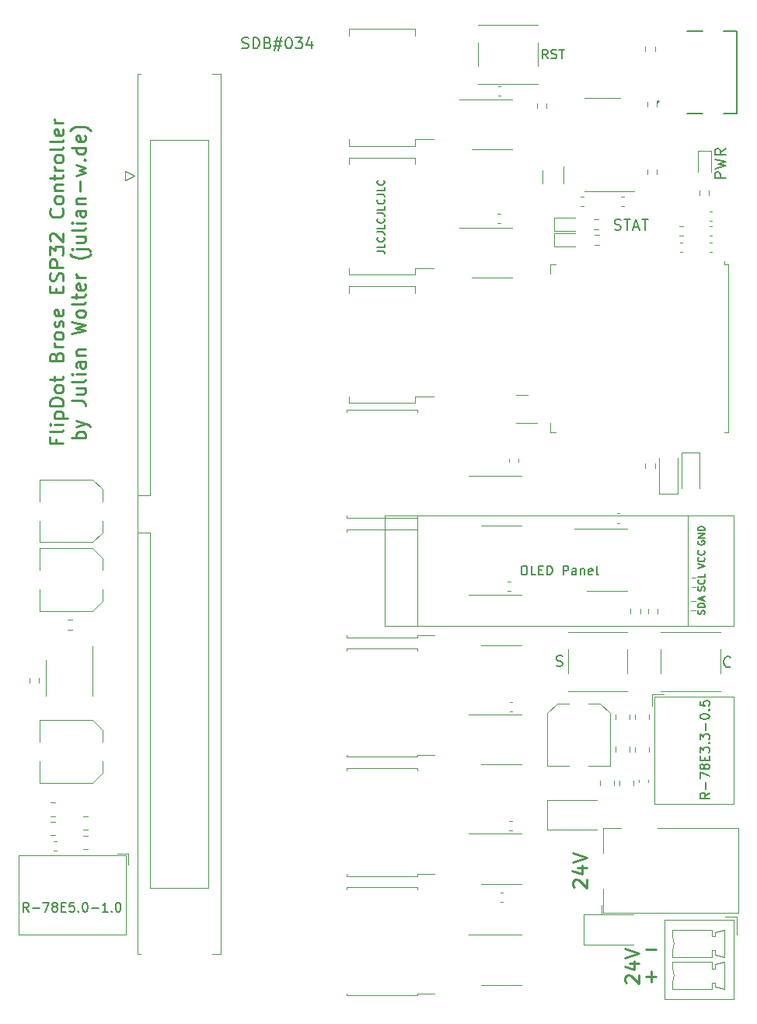
<source format=gbr>
%TF.GenerationSoftware,KiCad,Pcbnew,(6.0.7)*%
%TF.CreationDate,2022-10-27T00:55:33+02:00*%
%TF.ProjectId,flipdot-brose-esp32,666c6970-646f-4742-9d62-726f73652d65,rev?*%
%TF.SameCoordinates,Original*%
%TF.FileFunction,Legend,Top*%
%TF.FilePolarity,Positive*%
%FSLAX46Y46*%
G04 Gerber Fmt 4.6, Leading zero omitted, Abs format (unit mm)*
G04 Created by KiCad (PCBNEW (6.0.7)) date 2022-10-27 00:55:33*
%MOMM*%
%LPD*%
G01*
G04 APERTURE LIST*
%ADD10C,0.150000*%
%ADD11C,0.250000*%
%ADD12C,0.200000*%
%ADD13C,0.120000*%
%ADD14C,0.127000*%
%ADD15C,0.040000*%
G04 APERTURE END LIST*
D10*
X76461904Y-58795238D02*
X77033333Y-58795238D01*
X77147619Y-58833333D01*
X77223809Y-58909523D01*
X77261904Y-59023809D01*
X77261904Y-59100000D01*
X77261904Y-58033333D02*
X77261904Y-58414285D01*
X76461904Y-58414285D01*
X77185714Y-57309523D02*
X77223809Y-57347619D01*
X77261904Y-57461904D01*
X77261904Y-57538095D01*
X77223809Y-57652380D01*
X77147619Y-57728571D01*
X77071428Y-57766666D01*
X76919047Y-57804761D01*
X76804761Y-57804761D01*
X76652380Y-57766666D01*
X76576190Y-57728571D01*
X76500000Y-57652380D01*
X76461904Y-57538095D01*
X76461904Y-57461904D01*
X76500000Y-57347619D01*
X76538095Y-57309523D01*
X76461904Y-56738095D02*
X77033333Y-56738095D01*
X77147619Y-56776190D01*
X77223809Y-56852380D01*
X77261904Y-56966666D01*
X77261904Y-57042857D01*
X77261904Y-55976190D02*
X77261904Y-56357142D01*
X76461904Y-56357142D01*
X77185714Y-55252380D02*
X77223809Y-55290476D01*
X77261904Y-55404761D01*
X77261904Y-55480952D01*
X77223809Y-55595238D01*
X77147619Y-55671428D01*
X77071428Y-55709523D01*
X76919047Y-55747619D01*
X76804761Y-55747619D01*
X76652380Y-55709523D01*
X76576190Y-55671428D01*
X76500000Y-55595238D01*
X76461904Y-55480952D01*
X76461904Y-55404761D01*
X76500000Y-55290476D01*
X76538095Y-55252380D01*
X76461904Y-54680952D02*
X77033333Y-54680952D01*
X77147619Y-54719047D01*
X77223809Y-54795238D01*
X77261904Y-54909523D01*
X77261904Y-54985714D01*
X77261904Y-53919047D02*
X77261904Y-54300000D01*
X76461904Y-54300000D01*
X77185714Y-53195238D02*
X77223809Y-53233333D01*
X77261904Y-53347619D01*
X77261904Y-53423809D01*
X77223809Y-53538095D01*
X77147619Y-53614285D01*
X77071428Y-53652380D01*
X76919047Y-53690476D01*
X76804761Y-53690476D01*
X76652380Y-53652380D01*
X76576190Y-53614285D01*
X76500000Y-53538095D01*
X76461904Y-53423809D01*
X76461904Y-53347619D01*
X76500000Y-53233333D01*
X76538095Y-53195238D01*
X76461904Y-52623809D02*
X77033333Y-52623809D01*
X77147619Y-52661904D01*
X77223809Y-52738095D01*
X77261904Y-52852380D01*
X77261904Y-52928571D01*
X77261904Y-51861904D02*
X77261904Y-52242857D01*
X76461904Y-52242857D01*
X77185714Y-51138095D02*
X77223809Y-51176190D01*
X77261904Y-51290476D01*
X77261904Y-51366666D01*
X77223809Y-51480952D01*
X77147619Y-51557142D01*
X77071428Y-51595238D01*
X76919047Y-51633333D01*
X76804761Y-51633333D01*
X76652380Y-51595238D01*
X76576190Y-51557142D01*
X76500000Y-51480952D01*
X76461904Y-51366666D01*
X76461904Y-51290476D01*
X76500000Y-51176190D01*
X76538095Y-51138095D01*
D11*
X103621428Y-138485714D02*
X103550000Y-138414285D01*
X103478571Y-138271428D01*
X103478571Y-137914285D01*
X103550000Y-137771428D01*
X103621428Y-137700000D01*
X103764285Y-137628571D01*
X103907142Y-137628571D01*
X104121428Y-137700000D01*
X104978571Y-138557142D01*
X104978571Y-137628571D01*
X103978571Y-136342857D02*
X104978571Y-136342857D01*
X103407142Y-136700000D02*
X104478571Y-137057142D01*
X104478571Y-136128571D01*
X103478571Y-135771428D02*
X104978571Y-135271428D01*
X103478571Y-134771428D01*
X97921428Y-128085714D02*
X97850000Y-128014285D01*
X97778571Y-127871428D01*
X97778571Y-127514285D01*
X97850000Y-127371428D01*
X97921428Y-127300000D01*
X98064285Y-127228571D01*
X98207142Y-127228571D01*
X98421428Y-127300000D01*
X99278571Y-128157142D01*
X99278571Y-127228571D01*
X98278571Y-125942857D02*
X99278571Y-125942857D01*
X97707142Y-126300000D02*
X98778571Y-126657142D01*
X98778571Y-125728571D01*
X97778571Y-125371428D02*
X99278571Y-124871428D01*
X97778571Y-124371428D01*
D12*
X95052380Y-37852380D02*
X94719047Y-37376190D01*
X94480952Y-37852380D02*
X94480952Y-36852380D01*
X94861904Y-36852380D01*
X94957142Y-36900000D01*
X95004761Y-36947619D01*
X95052380Y-37042857D01*
X95052380Y-37185714D01*
X95004761Y-37280952D01*
X94957142Y-37328571D01*
X94861904Y-37376190D01*
X94480952Y-37376190D01*
X95433333Y-37804761D02*
X95576190Y-37852380D01*
X95814285Y-37852380D01*
X95909523Y-37804761D01*
X95957142Y-37757142D01*
X96004761Y-37661904D01*
X96004761Y-37566666D01*
X95957142Y-37471428D01*
X95909523Y-37423809D01*
X95814285Y-37376190D01*
X95623809Y-37328571D01*
X95528571Y-37280952D01*
X95480952Y-37233333D01*
X95433333Y-37138095D01*
X95433333Y-37042857D01*
X95480952Y-36947619D01*
X95528571Y-36900000D01*
X95623809Y-36852380D01*
X95861904Y-36852380D01*
X96004761Y-36900000D01*
X96290476Y-36852380D02*
X96861904Y-36852380D01*
X96576190Y-37852380D02*
X96576190Y-36852380D01*
X38485714Y-130752380D02*
X38152380Y-130276190D01*
X37914285Y-130752380D02*
X37914285Y-129752380D01*
X38295238Y-129752380D01*
X38390476Y-129800000D01*
X38438095Y-129847619D01*
X38485714Y-129942857D01*
X38485714Y-130085714D01*
X38438095Y-130180952D01*
X38390476Y-130228571D01*
X38295238Y-130276190D01*
X37914285Y-130276190D01*
X38914285Y-130371428D02*
X39676190Y-130371428D01*
X40057142Y-129752380D02*
X40723809Y-129752380D01*
X40295238Y-130752380D01*
X41247619Y-130180952D02*
X41152380Y-130133333D01*
X41104761Y-130085714D01*
X41057142Y-129990476D01*
X41057142Y-129942857D01*
X41104761Y-129847619D01*
X41152380Y-129800000D01*
X41247619Y-129752380D01*
X41438095Y-129752380D01*
X41533333Y-129800000D01*
X41580952Y-129847619D01*
X41628571Y-129942857D01*
X41628571Y-129990476D01*
X41580952Y-130085714D01*
X41533333Y-130133333D01*
X41438095Y-130180952D01*
X41247619Y-130180952D01*
X41152380Y-130228571D01*
X41104761Y-130276190D01*
X41057142Y-130371428D01*
X41057142Y-130561904D01*
X41104761Y-130657142D01*
X41152380Y-130704761D01*
X41247619Y-130752380D01*
X41438095Y-130752380D01*
X41533333Y-130704761D01*
X41580952Y-130657142D01*
X41628571Y-130561904D01*
X41628571Y-130371428D01*
X41580952Y-130276190D01*
X41533333Y-130228571D01*
X41438095Y-130180952D01*
X42057142Y-130228571D02*
X42390476Y-130228571D01*
X42533333Y-130752380D02*
X42057142Y-130752380D01*
X42057142Y-129752380D01*
X42533333Y-129752380D01*
X43438095Y-129752380D02*
X42961904Y-129752380D01*
X42914285Y-130228571D01*
X42961904Y-130180952D01*
X43057142Y-130133333D01*
X43295238Y-130133333D01*
X43390476Y-130180952D01*
X43438095Y-130228571D01*
X43485714Y-130323809D01*
X43485714Y-130561904D01*
X43438095Y-130657142D01*
X43390476Y-130704761D01*
X43295238Y-130752380D01*
X43057142Y-130752380D01*
X42961904Y-130704761D01*
X42914285Y-130657142D01*
X43914285Y-130657142D02*
X43961904Y-130704761D01*
X43914285Y-130752380D01*
X43866666Y-130704761D01*
X43914285Y-130657142D01*
X43914285Y-130752380D01*
X44580952Y-129752380D02*
X44676190Y-129752380D01*
X44771428Y-129800000D01*
X44819047Y-129847619D01*
X44866666Y-129942857D01*
X44914285Y-130133333D01*
X44914285Y-130371428D01*
X44866666Y-130561904D01*
X44819047Y-130657142D01*
X44771428Y-130704761D01*
X44676190Y-130752380D01*
X44580952Y-130752380D01*
X44485714Y-130704761D01*
X44438095Y-130657142D01*
X44390476Y-130561904D01*
X44342857Y-130371428D01*
X44342857Y-130133333D01*
X44390476Y-129942857D01*
X44438095Y-129847619D01*
X44485714Y-129800000D01*
X44580952Y-129752380D01*
X45342857Y-130371428D02*
X46104761Y-130371428D01*
X47104761Y-130752380D02*
X46533333Y-130752380D01*
X46819047Y-130752380D02*
X46819047Y-129752380D01*
X46723809Y-129895238D01*
X46628571Y-129990476D01*
X46533333Y-130038095D01*
X47533333Y-130657142D02*
X47580952Y-130704761D01*
X47533333Y-130752380D01*
X47485714Y-130704761D01*
X47533333Y-130657142D01*
X47533333Y-130752380D01*
X48200000Y-129752380D02*
X48295238Y-129752380D01*
X48390476Y-129800000D01*
X48438095Y-129847619D01*
X48485714Y-129942857D01*
X48533333Y-130133333D01*
X48533333Y-130371428D01*
X48485714Y-130561904D01*
X48438095Y-130657142D01*
X48390476Y-130704761D01*
X48295238Y-130752380D01*
X48200000Y-130752380D01*
X48104761Y-130704761D01*
X48057142Y-130657142D01*
X48009523Y-130561904D01*
X47961904Y-130371428D01*
X47961904Y-130133333D01*
X48009523Y-129942857D01*
X48057142Y-129847619D01*
X48104761Y-129800000D01*
X48200000Y-129752380D01*
X112652380Y-117814285D02*
X112176190Y-118147619D01*
X112652380Y-118385714D02*
X111652380Y-118385714D01*
X111652380Y-118004761D01*
X111700000Y-117909523D01*
X111747619Y-117861904D01*
X111842857Y-117814285D01*
X111985714Y-117814285D01*
X112080952Y-117861904D01*
X112128571Y-117909523D01*
X112176190Y-118004761D01*
X112176190Y-118385714D01*
X112271428Y-117385714D02*
X112271428Y-116623809D01*
X111652380Y-116242857D02*
X111652380Y-115576190D01*
X112652380Y-116004761D01*
X112080952Y-115052380D02*
X112033333Y-115147619D01*
X111985714Y-115195238D01*
X111890476Y-115242857D01*
X111842857Y-115242857D01*
X111747619Y-115195238D01*
X111700000Y-115147619D01*
X111652380Y-115052380D01*
X111652380Y-114861904D01*
X111700000Y-114766666D01*
X111747619Y-114719047D01*
X111842857Y-114671428D01*
X111890476Y-114671428D01*
X111985714Y-114719047D01*
X112033333Y-114766666D01*
X112080952Y-114861904D01*
X112080952Y-115052380D01*
X112128571Y-115147619D01*
X112176190Y-115195238D01*
X112271428Y-115242857D01*
X112461904Y-115242857D01*
X112557142Y-115195238D01*
X112604761Y-115147619D01*
X112652380Y-115052380D01*
X112652380Y-114861904D01*
X112604761Y-114766666D01*
X112557142Y-114719047D01*
X112461904Y-114671428D01*
X112271428Y-114671428D01*
X112176190Y-114719047D01*
X112128571Y-114766666D01*
X112080952Y-114861904D01*
X112128571Y-114242857D02*
X112128571Y-113909523D01*
X112652380Y-113766666D02*
X112652380Y-114242857D01*
X111652380Y-114242857D01*
X111652380Y-113766666D01*
X111652380Y-113433333D02*
X111652380Y-112814285D01*
X112033333Y-113147619D01*
X112033333Y-113004761D01*
X112080952Y-112909523D01*
X112128571Y-112861904D01*
X112223809Y-112814285D01*
X112461904Y-112814285D01*
X112557142Y-112861904D01*
X112604761Y-112909523D01*
X112652380Y-113004761D01*
X112652380Y-113290476D01*
X112604761Y-113385714D01*
X112557142Y-113433333D01*
X112557142Y-112385714D02*
X112604761Y-112338095D01*
X112652380Y-112385714D01*
X112604761Y-112433333D01*
X112557142Y-112385714D01*
X112652380Y-112385714D01*
X111652380Y-112004761D02*
X111652380Y-111385714D01*
X112033333Y-111719047D01*
X112033333Y-111576190D01*
X112080952Y-111480952D01*
X112128571Y-111433333D01*
X112223809Y-111385714D01*
X112461904Y-111385714D01*
X112557142Y-111433333D01*
X112604761Y-111480952D01*
X112652380Y-111576190D01*
X112652380Y-111861904D01*
X112604761Y-111957142D01*
X112557142Y-112004761D01*
X112271428Y-110957142D02*
X112271428Y-110195238D01*
X111652380Y-109528571D02*
X111652380Y-109433333D01*
X111700000Y-109338095D01*
X111747619Y-109290476D01*
X111842857Y-109242857D01*
X112033333Y-109195238D01*
X112271428Y-109195238D01*
X112461904Y-109242857D01*
X112557142Y-109290476D01*
X112604761Y-109338095D01*
X112652380Y-109433333D01*
X112652380Y-109528571D01*
X112604761Y-109623809D01*
X112557142Y-109671428D01*
X112461904Y-109719047D01*
X112271428Y-109766666D01*
X112033333Y-109766666D01*
X111842857Y-109719047D01*
X111747619Y-109671428D01*
X111700000Y-109623809D01*
X111652380Y-109528571D01*
X112557142Y-108766666D02*
X112604761Y-108719047D01*
X112652380Y-108766666D01*
X112604761Y-108814285D01*
X112557142Y-108766666D01*
X112652380Y-108766666D01*
X111652380Y-107814285D02*
X111652380Y-108290476D01*
X112128571Y-108338095D01*
X112080952Y-108290476D01*
X112033333Y-108195238D01*
X112033333Y-107957142D01*
X112080952Y-107861904D01*
X112128571Y-107814285D01*
X112223809Y-107766666D01*
X112461904Y-107766666D01*
X112557142Y-107814285D01*
X112604761Y-107861904D01*
X112652380Y-107957142D01*
X112652380Y-108195238D01*
X112604761Y-108290476D01*
X112557142Y-108338095D01*
X102328571Y-56485714D02*
X102500000Y-56542857D01*
X102785714Y-56542857D01*
X102900000Y-56485714D01*
X102957142Y-56428571D01*
X103014285Y-56314285D01*
X103014285Y-56200000D01*
X102957142Y-56085714D01*
X102900000Y-56028571D01*
X102785714Y-55971428D01*
X102557142Y-55914285D01*
X102442857Y-55857142D01*
X102385714Y-55800000D01*
X102328571Y-55685714D01*
X102328571Y-55571428D01*
X102385714Y-55457142D01*
X102442857Y-55400000D01*
X102557142Y-55342857D01*
X102842857Y-55342857D01*
X103014285Y-55400000D01*
X103357142Y-55342857D02*
X104042857Y-55342857D01*
X103700000Y-56542857D02*
X103700000Y-55342857D01*
X104385714Y-56200000D02*
X104957142Y-56200000D01*
X104271428Y-56542857D02*
X104671428Y-55342857D01*
X105071428Y-56542857D01*
X105300000Y-55342857D02*
X105985714Y-55342857D01*
X105642857Y-56542857D02*
X105642857Y-55342857D01*
X114442857Y-50900000D02*
X113242857Y-50900000D01*
X113242857Y-50442857D01*
X113300000Y-50328571D01*
X113357142Y-50271428D01*
X113471428Y-50214285D01*
X113642857Y-50214285D01*
X113757142Y-50271428D01*
X113814285Y-50328571D01*
X113871428Y-50442857D01*
X113871428Y-50900000D01*
X113242857Y-49814285D02*
X114442857Y-49528571D01*
X113585714Y-49300000D01*
X114442857Y-49071428D01*
X113242857Y-48785714D01*
X114442857Y-47642857D02*
X113871428Y-48042857D01*
X114442857Y-48328571D02*
X113242857Y-48328571D01*
X113242857Y-47871428D01*
X113300000Y-47757142D01*
X113357142Y-47700000D01*
X113471428Y-47642857D01*
X113642857Y-47642857D01*
X113757142Y-47700000D01*
X113814285Y-47757142D01*
X113871428Y-47871428D01*
X113871428Y-48328571D01*
X95957142Y-103985714D02*
X96128571Y-104042857D01*
X96414285Y-104042857D01*
X96528571Y-103985714D01*
X96585714Y-103928571D01*
X96642857Y-103814285D01*
X96642857Y-103700000D01*
X96585714Y-103585714D01*
X96528571Y-103528571D01*
X96414285Y-103471428D01*
X96185714Y-103414285D01*
X96071428Y-103357142D01*
X96014285Y-103300000D01*
X95957142Y-103185714D01*
X95957142Y-103071428D01*
X96014285Y-102957142D01*
X96071428Y-102900000D01*
X96185714Y-102842857D01*
X96471428Y-102842857D01*
X96642857Y-102900000D01*
X114971428Y-104028571D02*
X114914285Y-104085714D01*
X114742857Y-104142857D01*
X114628571Y-104142857D01*
X114457142Y-104085714D01*
X114342857Y-103971428D01*
X114285714Y-103857142D01*
X114228571Y-103628571D01*
X114228571Y-103457142D01*
X114285714Y-103228571D01*
X114342857Y-103114285D01*
X114457142Y-103000000D01*
X114628571Y-102942857D01*
X114742857Y-102942857D01*
X114914285Y-103000000D01*
X114971428Y-103057142D01*
D11*
X105728571Y-134807142D02*
X106871428Y-134807142D01*
X105728571Y-137807142D02*
X106871428Y-137807142D01*
X106300000Y-138378571D02*
X106300000Y-137235714D01*
X41485357Y-79271428D02*
X41485357Y-79771428D01*
X42271071Y-79771428D02*
X40771071Y-79771428D01*
X40771071Y-79057142D01*
X42271071Y-78271428D02*
X42199642Y-78414285D01*
X42056785Y-78485714D01*
X40771071Y-78485714D01*
X42271071Y-77700000D02*
X41271071Y-77700000D01*
X40771071Y-77700000D02*
X40842500Y-77771428D01*
X40913928Y-77700000D01*
X40842500Y-77628571D01*
X40771071Y-77700000D01*
X40913928Y-77700000D01*
X41271071Y-76985714D02*
X42771071Y-76985714D01*
X41342500Y-76985714D02*
X41271071Y-76842857D01*
X41271071Y-76557142D01*
X41342500Y-76414285D01*
X41413928Y-76342857D01*
X41556785Y-76271428D01*
X41985357Y-76271428D01*
X42128214Y-76342857D01*
X42199642Y-76414285D01*
X42271071Y-76557142D01*
X42271071Y-76842857D01*
X42199642Y-76985714D01*
X42271071Y-75628571D02*
X40771071Y-75628571D01*
X40771071Y-75271428D01*
X40842500Y-75057142D01*
X40985357Y-74914285D01*
X41128214Y-74842857D01*
X41413928Y-74771428D01*
X41628214Y-74771428D01*
X41913928Y-74842857D01*
X42056785Y-74914285D01*
X42199642Y-75057142D01*
X42271071Y-75271428D01*
X42271071Y-75628571D01*
X42271071Y-73914285D02*
X42199642Y-74057142D01*
X42128214Y-74128571D01*
X41985357Y-74200000D01*
X41556785Y-74200000D01*
X41413928Y-74128571D01*
X41342500Y-74057142D01*
X41271071Y-73914285D01*
X41271071Y-73700000D01*
X41342500Y-73557142D01*
X41413928Y-73485714D01*
X41556785Y-73414285D01*
X41985357Y-73414285D01*
X42128214Y-73485714D01*
X42199642Y-73557142D01*
X42271071Y-73700000D01*
X42271071Y-73914285D01*
X41271071Y-72985714D02*
X41271071Y-72414285D01*
X40771071Y-72771428D02*
X42056785Y-72771428D01*
X42199642Y-72700000D01*
X42271071Y-72557142D01*
X42271071Y-72414285D01*
X41485357Y-70271428D02*
X41556785Y-70057142D01*
X41628214Y-69985714D01*
X41771071Y-69914285D01*
X41985357Y-69914285D01*
X42128214Y-69985714D01*
X42199642Y-70057142D01*
X42271071Y-70200000D01*
X42271071Y-70771428D01*
X40771071Y-70771428D01*
X40771071Y-70271428D01*
X40842500Y-70128571D01*
X40913928Y-70057142D01*
X41056785Y-69985714D01*
X41199642Y-69985714D01*
X41342500Y-70057142D01*
X41413928Y-70128571D01*
X41485357Y-70271428D01*
X41485357Y-70771428D01*
X42271071Y-69271428D02*
X41271071Y-69271428D01*
X41556785Y-69271428D02*
X41413928Y-69200000D01*
X41342500Y-69128571D01*
X41271071Y-68985714D01*
X41271071Y-68842857D01*
X42271071Y-68128571D02*
X42199642Y-68271428D01*
X42128214Y-68342857D01*
X41985357Y-68414285D01*
X41556785Y-68414285D01*
X41413928Y-68342857D01*
X41342500Y-68271428D01*
X41271071Y-68128571D01*
X41271071Y-67914285D01*
X41342500Y-67771428D01*
X41413928Y-67700000D01*
X41556785Y-67628571D01*
X41985357Y-67628571D01*
X42128214Y-67700000D01*
X42199642Y-67771428D01*
X42271071Y-67914285D01*
X42271071Y-68128571D01*
X42199642Y-67057142D02*
X42271071Y-66914285D01*
X42271071Y-66628571D01*
X42199642Y-66485714D01*
X42056785Y-66414285D01*
X41985357Y-66414285D01*
X41842500Y-66485714D01*
X41771071Y-66628571D01*
X41771071Y-66842857D01*
X41699642Y-66985714D01*
X41556785Y-67057142D01*
X41485357Y-67057142D01*
X41342500Y-66985714D01*
X41271071Y-66842857D01*
X41271071Y-66628571D01*
X41342500Y-66485714D01*
X42199642Y-65200000D02*
X42271071Y-65342857D01*
X42271071Y-65628571D01*
X42199642Y-65771428D01*
X42056785Y-65842857D01*
X41485357Y-65842857D01*
X41342500Y-65771428D01*
X41271071Y-65628571D01*
X41271071Y-65342857D01*
X41342500Y-65200000D01*
X41485357Y-65128571D01*
X41628214Y-65128571D01*
X41771071Y-65842857D01*
X41485357Y-63342857D02*
X41485357Y-62842857D01*
X42271071Y-62628571D02*
X42271071Y-63342857D01*
X40771071Y-63342857D01*
X40771071Y-62628571D01*
X42199642Y-62057142D02*
X42271071Y-61842857D01*
X42271071Y-61485714D01*
X42199642Y-61342857D01*
X42128214Y-61271428D01*
X41985357Y-61200000D01*
X41842500Y-61200000D01*
X41699642Y-61271428D01*
X41628214Y-61342857D01*
X41556785Y-61485714D01*
X41485357Y-61771428D01*
X41413928Y-61914285D01*
X41342500Y-61985714D01*
X41199642Y-62057142D01*
X41056785Y-62057142D01*
X40913928Y-61985714D01*
X40842500Y-61914285D01*
X40771071Y-61771428D01*
X40771071Y-61414285D01*
X40842500Y-61200000D01*
X42271071Y-60557142D02*
X40771071Y-60557142D01*
X40771071Y-59985714D01*
X40842500Y-59842857D01*
X40913928Y-59771428D01*
X41056785Y-59700000D01*
X41271071Y-59700000D01*
X41413928Y-59771428D01*
X41485357Y-59842857D01*
X41556785Y-59985714D01*
X41556785Y-60557142D01*
X40771071Y-59200000D02*
X40771071Y-58271428D01*
X41342500Y-58771428D01*
X41342500Y-58557142D01*
X41413928Y-58414285D01*
X41485357Y-58342857D01*
X41628214Y-58271428D01*
X41985357Y-58271428D01*
X42128214Y-58342857D01*
X42199642Y-58414285D01*
X42271071Y-58557142D01*
X42271071Y-58985714D01*
X42199642Y-59128571D01*
X42128214Y-59200000D01*
X40913928Y-57700000D02*
X40842500Y-57628571D01*
X40771071Y-57485714D01*
X40771071Y-57128571D01*
X40842500Y-56985714D01*
X40913928Y-56914285D01*
X41056785Y-56842857D01*
X41199642Y-56842857D01*
X41413928Y-56914285D01*
X42271071Y-57771428D01*
X42271071Y-56842857D01*
X42128214Y-54200000D02*
X42199642Y-54271428D01*
X42271071Y-54485714D01*
X42271071Y-54628571D01*
X42199642Y-54842857D01*
X42056785Y-54985714D01*
X41913928Y-55057142D01*
X41628214Y-55128571D01*
X41413928Y-55128571D01*
X41128214Y-55057142D01*
X40985357Y-54985714D01*
X40842500Y-54842857D01*
X40771071Y-54628571D01*
X40771071Y-54485714D01*
X40842500Y-54271428D01*
X40913928Y-54200000D01*
X42271071Y-53342857D02*
X42199642Y-53485714D01*
X42128214Y-53557142D01*
X41985357Y-53628571D01*
X41556785Y-53628571D01*
X41413928Y-53557142D01*
X41342500Y-53485714D01*
X41271071Y-53342857D01*
X41271071Y-53128571D01*
X41342500Y-52985714D01*
X41413928Y-52914285D01*
X41556785Y-52842857D01*
X41985357Y-52842857D01*
X42128214Y-52914285D01*
X42199642Y-52985714D01*
X42271071Y-53128571D01*
X42271071Y-53342857D01*
X41271071Y-52200000D02*
X42271071Y-52200000D01*
X41413928Y-52200000D02*
X41342500Y-52128571D01*
X41271071Y-51985714D01*
X41271071Y-51771428D01*
X41342500Y-51628571D01*
X41485357Y-51557142D01*
X42271071Y-51557142D01*
X41271071Y-51057142D02*
X41271071Y-50485714D01*
X40771071Y-50842857D02*
X42056785Y-50842857D01*
X42199642Y-50771428D01*
X42271071Y-50628571D01*
X42271071Y-50485714D01*
X42271071Y-49985714D02*
X41271071Y-49985714D01*
X41556785Y-49985714D02*
X41413928Y-49914285D01*
X41342500Y-49842857D01*
X41271071Y-49700000D01*
X41271071Y-49557142D01*
X42271071Y-48842857D02*
X42199642Y-48985714D01*
X42128214Y-49057142D01*
X41985357Y-49128571D01*
X41556785Y-49128571D01*
X41413928Y-49057142D01*
X41342500Y-48985714D01*
X41271071Y-48842857D01*
X41271071Y-48628571D01*
X41342500Y-48485714D01*
X41413928Y-48414285D01*
X41556785Y-48342857D01*
X41985357Y-48342857D01*
X42128214Y-48414285D01*
X42199642Y-48485714D01*
X42271071Y-48628571D01*
X42271071Y-48842857D01*
X42271071Y-47485714D02*
X42199642Y-47628571D01*
X42056785Y-47700000D01*
X40771071Y-47700000D01*
X42271071Y-46700000D02*
X42199642Y-46842857D01*
X42056785Y-46914285D01*
X40771071Y-46914285D01*
X42199642Y-45557142D02*
X42271071Y-45700000D01*
X42271071Y-45985714D01*
X42199642Y-46128571D01*
X42056785Y-46200000D01*
X41485357Y-46200000D01*
X41342500Y-46128571D01*
X41271071Y-45985714D01*
X41271071Y-45700000D01*
X41342500Y-45557142D01*
X41485357Y-45485714D01*
X41628214Y-45485714D01*
X41771071Y-46200000D01*
X42271071Y-44842857D02*
X41271071Y-44842857D01*
X41556785Y-44842857D02*
X41413928Y-44771428D01*
X41342500Y-44700000D01*
X41271071Y-44557142D01*
X41271071Y-44414285D01*
X44686071Y-79164285D02*
X43186071Y-79164285D01*
X43757500Y-79164285D02*
X43686071Y-79021428D01*
X43686071Y-78735714D01*
X43757500Y-78592857D01*
X43828928Y-78521428D01*
X43971785Y-78450000D01*
X44400357Y-78450000D01*
X44543214Y-78521428D01*
X44614642Y-78592857D01*
X44686071Y-78735714D01*
X44686071Y-79021428D01*
X44614642Y-79164285D01*
X43686071Y-77950000D02*
X44686071Y-77592857D01*
X43686071Y-77235714D02*
X44686071Y-77592857D01*
X45043214Y-77735714D01*
X45114642Y-77807142D01*
X45186071Y-77950000D01*
X43186071Y-75092857D02*
X44257500Y-75092857D01*
X44471785Y-75164285D01*
X44614642Y-75307142D01*
X44686071Y-75521428D01*
X44686071Y-75664285D01*
X43686071Y-73735714D02*
X44686071Y-73735714D01*
X43686071Y-74378571D02*
X44471785Y-74378571D01*
X44614642Y-74307142D01*
X44686071Y-74164285D01*
X44686071Y-73950000D01*
X44614642Y-73807142D01*
X44543214Y-73735714D01*
X44686071Y-72807142D02*
X44614642Y-72950000D01*
X44471785Y-73021428D01*
X43186071Y-73021428D01*
X44686071Y-72235714D02*
X43686071Y-72235714D01*
X43186071Y-72235714D02*
X43257500Y-72307142D01*
X43328928Y-72235714D01*
X43257500Y-72164285D01*
X43186071Y-72235714D01*
X43328928Y-72235714D01*
X44686071Y-70878571D02*
X43900357Y-70878571D01*
X43757500Y-70950000D01*
X43686071Y-71092857D01*
X43686071Y-71378571D01*
X43757500Y-71521428D01*
X44614642Y-70878571D02*
X44686071Y-71021428D01*
X44686071Y-71378571D01*
X44614642Y-71521428D01*
X44471785Y-71592857D01*
X44328928Y-71592857D01*
X44186071Y-71521428D01*
X44114642Y-71378571D01*
X44114642Y-71021428D01*
X44043214Y-70878571D01*
X43686071Y-70164285D02*
X44686071Y-70164285D01*
X43828928Y-70164285D02*
X43757500Y-70092857D01*
X43686071Y-69950000D01*
X43686071Y-69735714D01*
X43757500Y-69592857D01*
X43900357Y-69521428D01*
X44686071Y-69521428D01*
X43186071Y-67807142D02*
X44686071Y-67450000D01*
X43614642Y-67164285D01*
X44686071Y-66878571D01*
X43186071Y-66521428D01*
X44686071Y-65735714D02*
X44614642Y-65878571D01*
X44543214Y-65950000D01*
X44400357Y-66021428D01*
X43971785Y-66021428D01*
X43828928Y-65950000D01*
X43757500Y-65878571D01*
X43686071Y-65735714D01*
X43686071Y-65521428D01*
X43757500Y-65378571D01*
X43828928Y-65307142D01*
X43971785Y-65235714D01*
X44400357Y-65235714D01*
X44543214Y-65307142D01*
X44614642Y-65378571D01*
X44686071Y-65521428D01*
X44686071Y-65735714D01*
X44686071Y-64378571D02*
X44614642Y-64521428D01*
X44471785Y-64592857D01*
X43186071Y-64592857D01*
X43686071Y-64021428D02*
X43686071Y-63450000D01*
X43186071Y-63807142D02*
X44471785Y-63807142D01*
X44614642Y-63735714D01*
X44686071Y-63592857D01*
X44686071Y-63450000D01*
X44614642Y-62378571D02*
X44686071Y-62521428D01*
X44686071Y-62807142D01*
X44614642Y-62950000D01*
X44471785Y-63021428D01*
X43900357Y-63021428D01*
X43757500Y-62950000D01*
X43686071Y-62807142D01*
X43686071Y-62521428D01*
X43757500Y-62378571D01*
X43900357Y-62307142D01*
X44043214Y-62307142D01*
X44186071Y-63021428D01*
X44686071Y-61664285D02*
X43686071Y-61664285D01*
X43971785Y-61664285D02*
X43828928Y-61592857D01*
X43757500Y-61521428D01*
X43686071Y-61378571D01*
X43686071Y-61235714D01*
X45257500Y-59164285D02*
X45186071Y-59235714D01*
X44971785Y-59378571D01*
X44828928Y-59450000D01*
X44614642Y-59521428D01*
X44257500Y-59592857D01*
X43971785Y-59592857D01*
X43614642Y-59521428D01*
X43400357Y-59450000D01*
X43257500Y-59378571D01*
X43043214Y-59235714D01*
X42971785Y-59164285D01*
X43686071Y-58592857D02*
X44971785Y-58592857D01*
X45114642Y-58664285D01*
X45186071Y-58807142D01*
X45186071Y-58878571D01*
X43186071Y-58592857D02*
X43257500Y-58664285D01*
X43328928Y-58592857D01*
X43257500Y-58521428D01*
X43186071Y-58592857D01*
X43328928Y-58592857D01*
X43686071Y-57235714D02*
X44686071Y-57235714D01*
X43686071Y-57878571D02*
X44471785Y-57878571D01*
X44614642Y-57807142D01*
X44686071Y-57664285D01*
X44686071Y-57450000D01*
X44614642Y-57307142D01*
X44543214Y-57235714D01*
X44686071Y-56307142D02*
X44614642Y-56450000D01*
X44471785Y-56521428D01*
X43186071Y-56521428D01*
X44686071Y-55735714D02*
X43686071Y-55735714D01*
X43186071Y-55735714D02*
X43257500Y-55807142D01*
X43328928Y-55735714D01*
X43257500Y-55664285D01*
X43186071Y-55735714D01*
X43328928Y-55735714D01*
X44686071Y-54378571D02*
X43900357Y-54378571D01*
X43757500Y-54450000D01*
X43686071Y-54592857D01*
X43686071Y-54878571D01*
X43757500Y-55021428D01*
X44614642Y-54378571D02*
X44686071Y-54521428D01*
X44686071Y-54878571D01*
X44614642Y-55021428D01*
X44471785Y-55092857D01*
X44328928Y-55092857D01*
X44186071Y-55021428D01*
X44114642Y-54878571D01*
X44114642Y-54521428D01*
X44043214Y-54378571D01*
X43686071Y-53664285D02*
X44686071Y-53664285D01*
X43828928Y-53664285D02*
X43757500Y-53592857D01*
X43686071Y-53450000D01*
X43686071Y-53235714D01*
X43757500Y-53092857D01*
X43900357Y-53021428D01*
X44686071Y-53021428D01*
X44114642Y-52307142D02*
X44114642Y-51164285D01*
X43686071Y-50592857D02*
X44686071Y-50307142D01*
X43971785Y-50021428D01*
X44686071Y-49735714D01*
X43686071Y-49450000D01*
X44543214Y-48878571D02*
X44614642Y-48807142D01*
X44686071Y-48878571D01*
X44614642Y-48950000D01*
X44543214Y-48878571D01*
X44686071Y-48878571D01*
X44686071Y-47521428D02*
X43186071Y-47521428D01*
X44614642Y-47521428D02*
X44686071Y-47664285D01*
X44686071Y-47950000D01*
X44614642Y-48092857D01*
X44543214Y-48164285D01*
X44400357Y-48235714D01*
X43971785Y-48235714D01*
X43828928Y-48164285D01*
X43757500Y-48092857D01*
X43686071Y-47950000D01*
X43686071Y-47664285D01*
X43757500Y-47521428D01*
X44614642Y-46235714D02*
X44686071Y-46378571D01*
X44686071Y-46664285D01*
X44614642Y-46807142D01*
X44471785Y-46878571D01*
X43900357Y-46878571D01*
X43757500Y-46807142D01*
X43686071Y-46664285D01*
X43686071Y-46378571D01*
X43757500Y-46235714D01*
X43900357Y-46164285D01*
X44043214Y-46164285D01*
X44186071Y-46878571D01*
X45257500Y-45664285D02*
X45186071Y-45592857D01*
X44971785Y-45450000D01*
X44828928Y-45378571D01*
X44614642Y-45307142D01*
X44257500Y-45235714D01*
X43971785Y-45235714D01*
X43614642Y-45307142D01*
X43400357Y-45378571D01*
X43257500Y-45450000D01*
X43043214Y-45592857D01*
X42971785Y-45664285D01*
D12*
X61742857Y-36685714D02*
X61914285Y-36742857D01*
X62200000Y-36742857D01*
X62314285Y-36685714D01*
X62371428Y-36628571D01*
X62428571Y-36514285D01*
X62428571Y-36400000D01*
X62371428Y-36285714D01*
X62314285Y-36228571D01*
X62200000Y-36171428D01*
X61971428Y-36114285D01*
X61857142Y-36057142D01*
X61800000Y-36000000D01*
X61742857Y-35885714D01*
X61742857Y-35771428D01*
X61800000Y-35657142D01*
X61857142Y-35600000D01*
X61971428Y-35542857D01*
X62257142Y-35542857D01*
X62428571Y-35600000D01*
X62942857Y-36742857D02*
X62942857Y-35542857D01*
X63228571Y-35542857D01*
X63400000Y-35600000D01*
X63514285Y-35714285D01*
X63571428Y-35828571D01*
X63628571Y-36057142D01*
X63628571Y-36228571D01*
X63571428Y-36457142D01*
X63514285Y-36571428D01*
X63400000Y-36685714D01*
X63228571Y-36742857D01*
X62942857Y-36742857D01*
X64542857Y-36114285D02*
X64714285Y-36171428D01*
X64771428Y-36228571D01*
X64828571Y-36342857D01*
X64828571Y-36514285D01*
X64771428Y-36628571D01*
X64714285Y-36685714D01*
X64600000Y-36742857D01*
X64142857Y-36742857D01*
X64142857Y-35542857D01*
X64542857Y-35542857D01*
X64657142Y-35600000D01*
X64714285Y-35657142D01*
X64771428Y-35771428D01*
X64771428Y-35885714D01*
X64714285Y-36000000D01*
X64657142Y-36057142D01*
X64542857Y-36114285D01*
X64142857Y-36114285D01*
X65285714Y-35942857D02*
X66142857Y-35942857D01*
X65628571Y-35428571D02*
X65285714Y-36971428D01*
X66028571Y-36457142D02*
X65171428Y-36457142D01*
X65685714Y-36971428D02*
X66028571Y-35428571D01*
X66771428Y-35542857D02*
X66885714Y-35542857D01*
X67000000Y-35600000D01*
X67057142Y-35657142D01*
X67114285Y-35771428D01*
X67171428Y-36000000D01*
X67171428Y-36285714D01*
X67114285Y-36514285D01*
X67057142Y-36628571D01*
X67000000Y-36685714D01*
X66885714Y-36742857D01*
X66771428Y-36742857D01*
X66657142Y-36685714D01*
X66600000Y-36628571D01*
X66542857Y-36514285D01*
X66485714Y-36285714D01*
X66485714Y-36000000D01*
X66542857Y-35771428D01*
X66600000Y-35657142D01*
X66657142Y-35600000D01*
X66771428Y-35542857D01*
X67571428Y-35542857D02*
X68314285Y-35542857D01*
X67914285Y-36000000D01*
X68085714Y-36000000D01*
X68200000Y-36057142D01*
X68257142Y-36114285D01*
X68314285Y-36228571D01*
X68314285Y-36514285D01*
X68257142Y-36628571D01*
X68200000Y-36685714D01*
X68085714Y-36742857D01*
X67742857Y-36742857D01*
X67628571Y-36685714D01*
X67571428Y-36628571D01*
X69342857Y-35942857D02*
X69342857Y-36742857D01*
X69057142Y-35485714D02*
X68771428Y-36342857D01*
X69514285Y-36342857D01*
D10*
%TO.C,J5*%
X92386428Y-93067380D02*
X92576904Y-93067380D01*
X92672142Y-93115000D01*
X92767380Y-93210238D01*
X92815000Y-93400714D01*
X92815000Y-93734047D01*
X92767380Y-93924523D01*
X92672142Y-94019761D01*
X92576904Y-94067380D01*
X92386428Y-94067380D01*
X92291190Y-94019761D01*
X92195952Y-93924523D01*
X92148333Y-93734047D01*
X92148333Y-93400714D01*
X92195952Y-93210238D01*
X92291190Y-93115000D01*
X92386428Y-93067380D01*
X93719761Y-94067380D02*
X93243571Y-94067380D01*
X93243571Y-93067380D01*
X94053095Y-93543571D02*
X94386428Y-93543571D01*
X94529285Y-94067380D02*
X94053095Y-94067380D01*
X94053095Y-93067380D01*
X94529285Y-93067380D01*
X94957857Y-94067380D02*
X94957857Y-93067380D01*
X95195952Y-93067380D01*
X95338809Y-93115000D01*
X95434047Y-93210238D01*
X95481666Y-93305476D01*
X95529285Y-93495952D01*
X95529285Y-93638809D01*
X95481666Y-93829285D01*
X95434047Y-93924523D01*
X95338809Y-94019761D01*
X95195952Y-94067380D01*
X94957857Y-94067380D01*
X96719761Y-94067380D02*
X96719761Y-93067380D01*
X97100714Y-93067380D01*
X97195952Y-93115000D01*
X97243571Y-93162619D01*
X97291190Y-93257857D01*
X97291190Y-93400714D01*
X97243571Y-93495952D01*
X97195952Y-93543571D01*
X97100714Y-93591190D01*
X96719761Y-93591190D01*
X98148333Y-94067380D02*
X98148333Y-93543571D01*
X98100714Y-93448333D01*
X98005476Y-93400714D01*
X97815000Y-93400714D01*
X97719761Y-93448333D01*
X98148333Y-94019761D02*
X98053095Y-94067380D01*
X97815000Y-94067380D01*
X97719761Y-94019761D01*
X97672142Y-93924523D01*
X97672142Y-93829285D01*
X97719761Y-93734047D01*
X97815000Y-93686428D01*
X98053095Y-93686428D01*
X98148333Y-93638809D01*
X98624523Y-93400714D02*
X98624523Y-94067380D01*
X98624523Y-93495952D02*
X98672142Y-93448333D01*
X98767380Y-93400714D01*
X98910238Y-93400714D01*
X99005476Y-93448333D01*
X99053095Y-93543571D01*
X99053095Y-94067380D01*
X99910238Y-94019761D02*
X99815000Y-94067380D01*
X99624523Y-94067380D01*
X99529285Y-94019761D01*
X99481666Y-93924523D01*
X99481666Y-93543571D01*
X99529285Y-93448333D01*
X99624523Y-93400714D01*
X99815000Y-93400714D01*
X99910238Y-93448333D01*
X99957857Y-93543571D01*
X99957857Y-93638809D01*
X99481666Y-93734047D01*
X100529285Y-94067380D02*
X100434047Y-94019761D01*
X100386428Y-93924523D01*
X100386428Y-93067380D01*
X111440000Y-90376428D02*
X111404285Y-90447857D01*
X111404285Y-90555000D01*
X111440000Y-90662142D01*
X111511428Y-90733571D01*
X111582857Y-90769285D01*
X111725714Y-90805000D01*
X111832857Y-90805000D01*
X111975714Y-90769285D01*
X112047142Y-90733571D01*
X112118571Y-90662142D01*
X112154285Y-90555000D01*
X112154285Y-90483571D01*
X112118571Y-90376428D01*
X112082857Y-90340714D01*
X111832857Y-90340714D01*
X111832857Y-90483571D01*
X112154285Y-90019285D02*
X111404285Y-90019285D01*
X112154285Y-89590714D01*
X111404285Y-89590714D01*
X112154285Y-89233571D02*
X111404285Y-89233571D01*
X111404285Y-89055000D01*
X111440000Y-88947857D01*
X111511428Y-88876428D01*
X111582857Y-88840714D01*
X111725714Y-88805000D01*
X111832857Y-88805000D01*
X111975714Y-88840714D01*
X112047142Y-88876428D01*
X112118571Y-88947857D01*
X112154285Y-89055000D01*
X112154285Y-89233571D01*
X111404285Y-93345000D02*
X112154285Y-93095000D01*
X111404285Y-92845000D01*
X112082857Y-92166428D02*
X112118571Y-92202142D01*
X112154285Y-92309285D01*
X112154285Y-92380714D01*
X112118571Y-92487857D01*
X112047142Y-92559285D01*
X111975714Y-92595000D01*
X111832857Y-92630714D01*
X111725714Y-92630714D01*
X111582857Y-92595000D01*
X111511428Y-92559285D01*
X111440000Y-92487857D01*
X111404285Y-92380714D01*
X111404285Y-92309285D01*
X111440000Y-92202142D01*
X111475714Y-92166428D01*
X112082857Y-91416428D02*
X112118571Y-91452142D01*
X112154285Y-91559285D01*
X112154285Y-91630714D01*
X112118571Y-91737857D01*
X112047142Y-91809285D01*
X111975714Y-91845000D01*
X111832857Y-91880714D01*
X111725714Y-91880714D01*
X111582857Y-91845000D01*
X111511428Y-91809285D01*
X111440000Y-91737857D01*
X111404285Y-91630714D01*
X111404285Y-91559285D01*
X111440000Y-91452142D01*
X111475714Y-91416428D01*
X112118571Y-95777857D02*
X112154285Y-95670714D01*
X112154285Y-95492142D01*
X112118571Y-95420714D01*
X112082857Y-95385000D01*
X112011428Y-95349285D01*
X111940000Y-95349285D01*
X111868571Y-95385000D01*
X111832857Y-95420714D01*
X111797142Y-95492142D01*
X111761428Y-95635000D01*
X111725714Y-95706428D01*
X111690000Y-95742142D01*
X111618571Y-95777857D01*
X111547142Y-95777857D01*
X111475714Y-95742142D01*
X111440000Y-95706428D01*
X111404285Y-95635000D01*
X111404285Y-95456428D01*
X111440000Y-95349285D01*
X112082857Y-94599285D02*
X112118571Y-94635000D01*
X112154285Y-94742142D01*
X112154285Y-94813571D01*
X112118571Y-94920714D01*
X112047142Y-94992142D01*
X111975714Y-95027857D01*
X111832857Y-95063571D01*
X111725714Y-95063571D01*
X111582857Y-95027857D01*
X111511428Y-94992142D01*
X111440000Y-94920714D01*
X111404285Y-94813571D01*
X111404285Y-94742142D01*
X111440000Y-94635000D01*
X111475714Y-94599285D01*
X112154285Y-93920714D02*
X112154285Y-94277857D01*
X111404285Y-94277857D01*
X112118571Y-98335714D02*
X112154285Y-98228571D01*
X112154285Y-98050000D01*
X112118571Y-97978571D01*
X112082857Y-97942857D01*
X112011428Y-97907142D01*
X111940000Y-97907142D01*
X111868571Y-97942857D01*
X111832857Y-97978571D01*
X111797142Y-98050000D01*
X111761428Y-98192857D01*
X111725714Y-98264285D01*
X111690000Y-98300000D01*
X111618571Y-98335714D01*
X111547142Y-98335714D01*
X111475714Y-98300000D01*
X111440000Y-98264285D01*
X111404285Y-98192857D01*
X111404285Y-98014285D01*
X111440000Y-97907142D01*
X112154285Y-97585714D02*
X111404285Y-97585714D01*
X111404285Y-97407142D01*
X111440000Y-97300000D01*
X111511428Y-97228571D01*
X111582857Y-97192857D01*
X111725714Y-97157142D01*
X111832857Y-97157142D01*
X111975714Y-97192857D01*
X112047142Y-97228571D01*
X112118571Y-97300000D01*
X112154285Y-97407142D01*
X112154285Y-97585714D01*
X111940000Y-96871428D02*
X111940000Y-96514285D01*
X112154285Y-96942857D02*
X111404285Y-96692857D01*
X112154285Y-96442857D01*
D13*
%TO.C,D1*%
X99000000Y-131050000D02*
X104400000Y-131050000D01*
X99000000Y-134350000D02*
X104400000Y-134350000D01*
X99000000Y-131050000D02*
X99000000Y-134350000D01*
%TO.C,J3*%
X115260000Y-140260000D02*
X115260000Y-131640000D01*
X107790000Y-140260000D02*
X115260000Y-140260000D01*
X112950000Y-136200000D02*
X112950000Y-136950000D01*
X112950000Y-132700000D02*
X112950000Y-133450000D01*
X112950000Y-134950000D02*
X112950000Y-135700000D01*
X113300000Y-132950000D02*
X114300000Y-132700000D01*
X113300000Y-135450000D02*
X113300000Y-134950000D01*
X108650000Y-136950000D02*
X108650000Y-136200000D01*
X114400000Y-131250000D02*
X115650000Y-131250000D01*
X113300000Y-134950000D02*
X112950000Y-134950000D01*
X115260000Y-131640000D02*
X107790000Y-131640000D01*
X114300000Y-139200000D02*
X113300000Y-138950000D01*
X108650000Y-133450000D02*
X108650000Y-132700000D01*
X108650000Y-135700000D02*
X108650000Y-134950000D01*
X112950000Y-139200000D02*
X108650000Y-139200000D01*
X112950000Y-133450000D02*
X113300000Y-133450000D01*
X108650000Y-139200000D02*
X108650000Y-138450000D01*
X112950000Y-136950000D02*
X113300000Y-136950000D01*
X113300000Y-133450000D02*
X113300000Y-132950000D01*
X114300000Y-135700000D02*
X113300000Y-135450000D01*
X108650000Y-136200000D02*
X112950000Y-136200000D01*
X115650000Y-131250000D02*
X115650000Y-133250000D01*
X113300000Y-136950000D02*
X113300000Y-136450000D01*
X113300000Y-138450000D02*
X112950000Y-138450000D01*
X107790000Y-131640000D02*
X107790000Y-140260000D01*
X113300000Y-136450000D02*
X114300000Y-136200000D01*
X114300000Y-132700000D02*
X114300000Y-135700000D01*
X112950000Y-138450000D02*
X112950000Y-139200000D01*
X112950000Y-135700000D02*
X108650000Y-135700000D01*
X114300000Y-136200000D02*
X114300000Y-139200000D01*
X113300000Y-138950000D02*
X113300000Y-138450000D01*
X108650000Y-132700000D02*
X112950000Y-132700000D01*
X108650155Y-134949647D02*
G75*
G03*
X108650000Y-133450000I-1700155J749647D01*
G01*
X108650155Y-138449647D02*
G75*
G03*
X108650000Y-136950000I-1700155J749647D01*
G01*
%TO.C,J2*%
X115800000Y-130857500D02*
X101100000Y-130857500D01*
X115800000Y-121657500D02*
X115800000Y-130857500D01*
X101100000Y-121657500D02*
X103000000Y-121657500D01*
X101100000Y-124357500D02*
X101100000Y-121657500D01*
X101100000Y-130857500D02*
X101100000Y-128257500D01*
X107000000Y-121657500D02*
X115800000Y-121657500D01*
X100900000Y-130007500D02*
X100900000Y-131057500D01*
X101950000Y-131057500D02*
X100900000Y-131057500D01*
%TO.C,C21*%
X102559420Y-88410000D02*
X102840580Y-88410000D01*
X102559420Y-87390000D02*
X102840580Y-87390000D01*
%TO.C,C31*%
X90884420Y-108910000D02*
X91165580Y-108910000D01*
X90884420Y-107890000D02*
X91165580Y-107890000D01*
%TO.C,C30*%
X89659420Y-41910000D02*
X89940580Y-41910000D01*
X89659420Y-40890000D02*
X89940580Y-40890000D01*
%TO.C,C29*%
X90684420Y-95810000D02*
X90965580Y-95810000D01*
X90684420Y-94790000D02*
X90965580Y-94790000D01*
%TO.C,C28*%
X90790000Y-81459420D02*
X90790000Y-81740580D01*
X91810000Y-81459420D02*
X91810000Y-81740580D01*
%TO.C,C27*%
X90859420Y-121910000D02*
X91140580Y-121910000D01*
X90859420Y-120890000D02*
X91140580Y-120890000D01*
%TO.C,C26*%
X89584420Y-55810000D02*
X89865580Y-55810000D01*
X89584420Y-54790000D02*
X89865580Y-54790000D01*
%TO.C,C25*%
X89884420Y-129710000D02*
X90165580Y-129710000D01*
X89884420Y-128690000D02*
X90165580Y-128690000D01*
%TO.C,U23*%
X45460000Y-105300000D02*
X45460000Y-101850000D01*
X40340000Y-105300000D02*
X40340000Y-107250000D01*
X45460000Y-105300000D02*
X45460000Y-107250000D01*
X40340000Y-105300000D02*
X40340000Y-103350000D01*
%TO.C,U22*%
X49118000Y-133252500D02*
X49118000Y-124632500D01*
X49358000Y-125632500D02*
X49358000Y-124392500D01*
X49118000Y-124632500D02*
X37397000Y-124632500D01*
X49358000Y-124392500D02*
X48118000Y-124392500D01*
X37397000Y-133252500D02*
X37397000Y-124632500D01*
X49118000Y-133252500D02*
X37397000Y-133252500D01*
%TO.C,R4*%
X43237258Y-100022500D02*
X42762742Y-100022500D01*
X43237258Y-98977500D02*
X42762742Y-98977500D01*
%TO.C,R3*%
X39622500Y-105337742D02*
X39622500Y-105812258D01*
X38577500Y-105337742D02*
X38577500Y-105812258D01*
%TO.C,C24*%
X45445563Y-98010000D02*
X39690000Y-98010000D01*
X46510000Y-92254437D02*
X45445563Y-91190000D01*
X46510000Y-92254437D02*
X46510000Y-93540000D01*
X39690000Y-98010000D02*
X39690000Y-95660000D01*
X45445563Y-91190000D02*
X39690000Y-91190000D01*
X46510000Y-96945563D02*
X45445563Y-98010000D01*
X46510000Y-96945563D02*
X46510000Y-95660000D01*
X39690000Y-91190000D02*
X39690000Y-93540000D01*
%TO.C,C19*%
X45445563Y-90510000D02*
X39690000Y-90510000D01*
X46510000Y-84754437D02*
X45445563Y-83690000D01*
X46510000Y-84754437D02*
X46510000Y-86040000D01*
X39690000Y-90510000D02*
X39690000Y-88160000D01*
X45445563Y-83690000D02*
X39690000Y-83690000D01*
X46510000Y-89445563D02*
X45445563Y-90510000D01*
X46510000Y-89445563D02*
X46510000Y-88160000D01*
X39690000Y-83690000D02*
X39690000Y-86040000D01*
%TO.C,C7*%
X45483063Y-116710000D02*
X39727500Y-116710000D01*
X46547500Y-110954437D02*
X45483063Y-109890000D01*
X46547500Y-110954437D02*
X46547500Y-112240000D01*
X39727500Y-116710000D02*
X39727500Y-114360000D01*
X45483063Y-109890000D02*
X39727500Y-109890000D01*
X46547500Y-115645563D02*
X45483063Y-116710000D01*
X46547500Y-115645563D02*
X46547500Y-114360000D01*
X39727500Y-109890000D02*
X39727500Y-112240000D01*
%TO.C,C6*%
X41234420Y-124110000D02*
X41515580Y-124110000D01*
X41234420Y-123090000D02*
X41515580Y-123090000D01*
%TO.C,C5*%
X40888748Y-122435000D02*
X41411252Y-122435000D01*
X40888748Y-120965000D02*
X41411252Y-120965000D01*
%TO.C,C4*%
X40888748Y-120335000D02*
X41411252Y-120335000D01*
X40888748Y-118865000D02*
X41411252Y-118865000D01*
%TO.C,C3*%
X44961252Y-122465000D02*
X44438748Y-122465000D01*
X44961252Y-123935000D02*
X44438748Y-123935000D01*
%TO.C,C1*%
X44961252Y-120365000D02*
X44438748Y-120365000D01*
X44961252Y-121835000D02*
X44438748Y-121835000D01*
%TO.C,U9*%
X90000000Y-101735000D02*
X92200000Y-101735000D01*
X90000000Y-96265000D02*
X86400000Y-96265000D01*
X90000000Y-96265000D02*
X92200000Y-96265000D01*
X90000000Y-101735000D02*
X87800000Y-101735000D01*
%TO.C,U21*%
X80610000Y-75360000D02*
X80610000Y-74640000D01*
X77000000Y-75360000D02*
X73390000Y-75360000D01*
X77000000Y-62640000D02*
X73390000Y-62640000D01*
X77000000Y-62640000D02*
X80610000Y-62640000D01*
X73390000Y-75360000D02*
X73390000Y-74640000D01*
X80610000Y-62640000D02*
X80610000Y-63360000D01*
X77000000Y-75360000D02*
X80610000Y-75360000D01*
X80610000Y-74640000D02*
X82650000Y-74640000D01*
X73390000Y-62640000D02*
X73390000Y-63360000D01*
%TO.C,U20*%
X80860000Y-87885000D02*
X80860000Y-87640000D01*
X77000000Y-87885000D02*
X73140000Y-87885000D01*
X77000000Y-76115000D02*
X73140000Y-76115000D01*
X80860000Y-87640000D02*
X82675000Y-87640000D01*
X77000000Y-87885000D02*
X80860000Y-87885000D01*
X77000000Y-76115000D02*
X80860000Y-76115000D01*
X73140000Y-87885000D02*
X73140000Y-87640000D01*
X73140000Y-76115000D02*
X73140000Y-76360000D01*
X80860000Y-76115000D02*
X80860000Y-76360000D01*
%TO.C,U19*%
X73390000Y-48640000D02*
X73390000Y-49360000D01*
X80610000Y-60640000D02*
X82650000Y-60640000D01*
X77000000Y-61360000D02*
X80610000Y-61360000D01*
X80610000Y-48640000D02*
X80610000Y-49360000D01*
X73390000Y-61360000D02*
X73390000Y-60640000D01*
X77000000Y-48640000D02*
X80610000Y-48640000D01*
X77000000Y-48640000D02*
X73390000Y-48640000D01*
X77000000Y-61360000D02*
X73390000Y-61360000D01*
X80610000Y-61360000D02*
X80610000Y-60640000D01*
%TO.C,U18*%
X80860000Y-126885000D02*
X80860000Y-126640000D01*
X77000000Y-126885000D02*
X73140000Y-126885000D01*
X77000000Y-115115000D02*
X73140000Y-115115000D01*
X80860000Y-126640000D02*
X82675000Y-126640000D01*
X77000000Y-126885000D02*
X80860000Y-126885000D01*
X77000000Y-115115000D02*
X80860000Y-115115000D01*
X73140000Y-126885000D02*
X73140000Y-126640000D01*
X73140000Y-115115000D02*
X73140000Y-115360000D01*
X80860000Y-115115000D02*
X80860000Y-115360000D01*
%TO.C,U17*%
X80860000Y-100885000D02*
X80860000Y-100640000D01*
X77000000Y-100885000D02*
X73140000Y-100885000D01*
X77000000Y-89115000D02*
X73140000Y-89115000D01*
X80860000Y-100640000D02*
X82675000Y-100640000D01*
X77000000Y-100885000D02*
X80860000Y-100885000D01*
X77000000Y-89115000D02*
X80860000Y-89115000D01*
X73140000Y-100885000D02*
X73140000Y-100640000D01*
X73140000Y-89115000D02*
X73140000Y-89360000D01*
X80860000Y-89115000D02*
X80860000Y-89360000D01*
%TO.C,U16*%
X73390000Y-34640000D02*
X73390000Y-35360000D01*
X80610000Y-46640000D02*
X82650000Y-46640000D01*
X77000000Y-47360000D02*
X80610000Y-47360000D01*
X80610000Y-34640000D02*
X80610000Y-35360000D01*
X73390000Y-47360000D02*
X73390000Y-46640000D01*
X77000000Y-34640000D02*
X80610000Y-34640000D01*
X77000000Y-34640000D02*
X73390000Y-34640000D01*
X77000000Y-47360000D02*
X73390000Y-47360000D01*
X80610000Y-47360000D02*
X80610000Y-46640000D01*
%TO.C,U15*%
X80860000Y-139885000D02*
X80860000Y-139640000D01*
X77000000Y-139885000D02*
X73140000Y-139885000D01*
X77000000Y-128115000D02*
X73140000Y-128115000D01*
X80860000Y-139640000D02*
X82675000Y-139640000D01*
X77000000Y-139885000D02*
X80860000Y-139885000D01*
X77000000Y-128115000D02*
X80860000Y-128115000D01*
X73140000Y-139885000D02*
X73140000Y-139640000D01*
X73140000Y-128115000D02*
X73140000Y-128360000D01*
X80860000Y-128115000D02*
X80860000Y-128360000D01*
%TO.C,U14*%
X80860000Y-113885000D02*
X80860000Y-113640000D01*
X77000000Y-113885000D02*
X73140000Y-113885000D01*
X77000000Y-102115000D02*
X73140000Y-102115000D01*
X80860000Y-113640000D02*
X82675000Y-113640000D01*
X77000000Y-113885000D02*
X80860000Y-113885000D01*
X77000000Y-102115000D02*
X80860000Y-102115000D01*
X73140000Y-113885000D02*
X73140000Y-113640000D01*
X73140000Y-102115000D02*
X73140000Y-102360000D01*
X80860000Y-102115000D02*
X80860000Y-102360000D01*
%TO.C,U13*%
X90000000Y-127735000D02*
X87800000Y-127735000D01*
X90000000Y-122265000D02*
X92200000Y-122265000D01*
X90000000Y-122265000D02*
X86400000Y-122265000D01*
X90000000Y-127735000D02*
X92200000Y-127735000D01*
%TO.C,U12*%
X90000000Y-88735000D02*
X87800000Y-88735000D01*
X90000000Y-83265000D02*
X92200000Y-83265000D01*
X90000000Y-83265000D02*
X86400000Y-83265000D01*
X90000000Y-88735000D02*
X92200000Y-88735000D01*
%TO.C,U11*%
X90000000Y-114735000D02*
X87800000Y-114735000D01*
X90000000Y-109265000D02*
X92200000Y-109265000D01*
X90000000Y-109265000D02*
X86400000Y-109265000D01*
X90000000Y-114735000D02*
X92200000Y-114735000D01*
%TO.C,U10*%
X89000000Y-61735000D02*
X86800000Y-61735000D01*
X89000000Y-56265000D02*
X91200000Y-56265000D01*
X89000000Y-56265000D02*
X85400000Y-56265000D01*
X89000000Y-61735000D02*
X91200000Y-61735000D01*
%TO.C,U8*%
X101000000Y-42140000D02*
X102950000Y-42140000D01*
X101000000Y-52260000D02*
X99050000Y-52260000D01*
X101000000Y-42140000D02*
X99050000Y-42140000D01*
X101000000Y-52260000D02*
X104450000Y-52260000D01*
%TO.C,U5*%
X115260000Y-107329000D02*
X106640000Y-107329000D01*
X107640000Y-107089000D02*
X106400000Y-107089000D01*
X106640000Y-107329000D02*
X106640000Y-119050000D01*
X106400000Y-107089000D02*
X106400000Y-108329000D01*
X115260000Y-119050000D02*
X106640000Y-119050000D01*
X115260000Y-107329000D02*
X115260000Y-119050000D01*
%TO.C,U4*%
X90000000Y-138735000D02*
X87800000Y-138735000D01*
X90000000Y-133265000D02*
X92200000Y-133265000D01*
X90000000Y-133265000D02*
X86400000Y-133265000D01*
X90000000Y-138735000D02*
X92200000Y-138735000D01*
%TO.C,U3*%
X89000000Y-47735000D02*
X86800000Y-47735000D01*
X89000000Y-42265000D02*
X91200000Y-42265000D01*
X89000000Y-42265000D02*
X85400000Y-42265000D01*
X89000000Y-47735000D02*
X91200000Y-47735000D01*
%TO.C,U2*%
X114720000Y-78520000D02*
X114300000Y-78520000D01*
X114720000Y-60280000D02*
X114300000Y-60280000D01*
X95280000Y-78520000D02*
X95280000Y-77520000D01*
X95900000Y-78520000D02*
X95280000Y-78520000D01*
X114300000Y-60280000D02*
X114300000Y-59900000D01*
X114720000Y-60280000D02*
X114720000Y-78520000D01*
X95280000Y-60280000D02*
X95280000Y-61280000D01*
X95900000Y-60280000D02*
X95280000Y-60280000D01*
%TO.C,U1*%
X101500000Y-89015000D02*
X103700000Y-89015000D01*
X101500000Y-89015000D02*
X97900000Y-89015000D01*
X101500000Y-95785000D02*
X103700000Y-95785000D01*
X101500000Y-95785000D02*
X99300000Y-95785000D01*
%TO.C,SW3*%
X87470000Y-34170000D02*
X93930000Y-34170000D01*
X87470000Y-40630000D02*
X87470000Y-40600000D01*
X87470000Y-36100000D02*
X87470000Y-38700000D01*
X93930000Y-34170000D02*
X93930000Y-34200000D01*
X87470000Y-40630000D02*
X93930000Y-40630000D01*
X87470000Y-34200000D02*
X87470000Y-34170000D01*
X93930000Y-40630000D02*
X93930000Y-40600000D01*
X93930000Y-36100000D02*
X93930000Y-38700000D01*
%TO.C,SW2*%
X103730000Y-106730000D02*
X97270000Y-106730000D01*
X103730000Y-100270000D02*
X103730000Y-100300000D01*
X103730000Y-104800000D02*
X103730000Y-102200000D01*
X97270000Y-106730000D02*
X97270000Y-106700000D01*
X103730000Y-100270000D02*
X97270000Y-100270000D01*
X103730000Y-106700000D02*
X103730000Y-106730000D01*
X97270000Y-100270000D02*
X97270000Y-100300000D01*
X97270000Y-104800000D02*
X97270000Y-102200000D01*
%TO.C,SW1*%
X113830000Y-106730000D02*
X107370000Y-106730000D01*
X113830000Y-100270000D02*
X113830000Y-100300000D01*
X113830000Y-104800000D02*
X113830000Y-102200000D01*
X107370000Y-106730000D02*
X107370000Y-106700000D01*
X113830000Y-100270000D02*
X107370000Y-100270000D01*
X113830000Y-106700000D02*
X113830000Y-106730000D01*
X107370000Y-100270000D02*
X107370000Y-100300000D01*
X107370000Y-104800000D02*
X107370000Y-102200000D01*
%TO.C,R46*%
X105677500Y-36562742D02*
X105677500Y-37037258D01*
X106722500Y-36562742D02*
X106722500Y-37037258D01*
%TO.C,R45*%
X105877500Y-42562742D02*
X105877500Y-43037258D01*
X106922500Y-42562742D02*
X106922500Y-43037258D01*
%TO.C,R44*%
X105677500Y-81937742D02*
X105677500Y-82412258D01*
X106722500Y-81937742D02*
X106722500Y-82412258D01*
%TO.C,R43*%
X105877500Y-49937742D02*
X105877500Y-50412258D01*
X106922500Y-49937742D02*
X106922500Y-50412258D01*
%TO.C,R42*%
X111577500Y-52237742D02*
X111577500Y-52712258D01*
X112622500Y-52237742D02*
X112622500Y-52712258D01*
%TO.C,R31*%
X110662742Y-97922500D02*
X111137258Y-97922500D01*
X110662742Y-96877500D02*
X111137258Y-96877500D01*
%TO.C,R30*%
X100137742Y-58122500D02*
X100612258Y-58122500D01*
X100137742Y-57077500D02*
X100612258Y-57077500D01*
%TO.C,R29*%
X111162258Y-94377500D02*
X110687742Y-94377500D01*
X111162258Y-95422500D02*
X110687742Y-95422500D01*
%TO.C,R28*%
X100100242Y-56422500D02*
X100574758Y-56422500D01*
X100100242Y-55377500D02*
X100574758Y-55377500D01*
%TO.C,R19*%
X104077500Y-97787742D02*
X104077500Y-98262258D01*
X105122500Y-97787742D02*
X105122500Y-98262258D01*
%TO.C,R18*%
X105977500Y-97787742D02*
X105977500Y-98262258D01*
X107022500Y-97787742D02*
X107022500Y-98262258D01*
%TO.C,R2*%
X94922500Y-43237258D02*
X94922500Y-42762742D01*
X93877500Y-43237258D02*
X93877500Y-42762742D01*
%TO.C,R1*%
X109812258Y-56077500D02*
X109337742Y-56077500D01*
X109812258Y-57122500D02*
X109337742Y-57122500D01*
%TO.C,Q11*%
X94440000Y-50050000D02*
X94440000Y-51450000D01*
X96760000Y-51450000D02*
X96760000Y-49550000D01*
D14*
%TO.C,J6*%
X110212500Y-34880000D02*
X111892500Y-34880000D01*
X115662500Y-34880000D02*
X114232500Y-34880000D01*
X110212500Y-43820000D02*
X111892500Y-43820000D01*
X115662500Y-43820000D02*
X114232500Y-43820000D01*
X115662500Y-43820000D02*
X115662500Y-34880000D01*
D12*
X107162500Y-42550000D02*
G75*
G03*
X107162500Y-42550000I-100000J0D01*
G01*
D15*
%TO.C,J5*%
X80815000Y-87615000D02*
X80815000Y-99615000D01*
X110315000Y-87615000D02*
X110315000Y-99615000D01*
X115315000Y-87615000D02*
X77315000Y-87615000D01*
X77315000Y-87615000D02*
X77315000Y-99615000D01*
X77315000Y-99615000D02*
X115315000Y-99615000D01*
X115315000Y-99615000D02*
X115315000Y-87615000D01*
D13*
%TO.C,J1*%
X48980000Y-50090000D02*
X48980000Y-51090000D01*
X50370000Y-135330000D02*
X50740000Y-135330000D01*
X51680000Y-128170000D02*
X51680000Y-89470000D01*
X50370000Y-85370000D02*
X51680000Y-85370000D01*
X48980000Y-51090000D02*
X49980000Y-50590000D01*
X51680000Y-46670000D02*
X58080000Y-46670000D01*
X50370000Y-39510000D02*
X50370000Y-135330000D01*
X59390000Y-39510000D02*
X59390000Y-135330000D01*
X58080000Y-46670000D02*
X58080000Y-128170000D01*
X59390000Y-135330000D02*
X58520000Y-135330000D01*
X51680000Y-89470000D02*
X51680000Y-89470000D01*
X50740000Y-39510000D02*
X50370000Y-39510000D01*
X49980000Y-50590000D02*
X48980000Y-50090000D01*
X51680000Y-89470000D02*
X50370000Y-89470000D01*
X51680000Y-85370000D02*
X51680000Y-46670000D01*
X58520000Y-39510000D02*
X59390000Y-39510000D01*
X58080000Y-128170000D02*
X51680000Y-128170000D01*
%TO.C,D22*%
X111600000Y-80750000D02*
X111600000Y-84650000D01*
X111600000Y-80750000D02*
X109600000Y-80750000D01*
X109600000Y-80750000D02*
X109600000Y-84650000D01*
%TO.C,D21*%
X107200000Y-85250000D02*
X107200000Y-81350000D01*
X107200000Y-85250000D02*
X109200000Y-85250000D01*
X109200000Y-85250000D02*
X109200000Y-81350000D01*
%TO.C,D18*%
X112835000Y-50187500D02*
X112835000Y-47902500D01*
X112835000Y-47902500D02*
X111365000Y-47902500D01*
X111365000Y-47902500D02*
X111365000Y-50187500D01*
%TO.C,D17*%
X95000000Y-118550000D02*
X100400000Y-118550000D01*
X95000000Y-121850000D02*
X100400000Y-121850000D01*
X95000000Y-118550000D02*
X95000000Y-121850000D01*
%TO.C,D11*%
X95765000Y-58335000D02*
X98050000Y-58335000D01*
X95765000Y-56865000D02*
X95765000Y-58335000D01*
X98050000Y-56865000D02*
X95765000Y-56865000D01*
%TO.C,D10*%
X95765000Y-56635000D02*
X98050000Y-56635000D01*
X95765000Y-55165000D02*
X95765000Y-56635000D01*
X98050000Y-55165000D02*
X95765000Y-55165000D01*
%TO.C,D6*%
X92200000Y-77560000D02*
X91550000Y-77560000D01*
X92200000Y-74440000D02*
X91550000Y-74440000D01*
X92200000Y-77560000D02*
X93875000Y-77560000D01*
X92200000Y-74440000D02*
X92850000Y-74440000D01*
%TO.C,C23*%
X98940580Y-52890000D02*
X98659420Y-52890000D01*
X98940580Y-53910000D02*
X98659420Y-53910000D01*
%TO.C,C22*%
X103059420Y-53910000D02*
X103340580Y-53910000D01*
X103059420Y-52890000D02*
X103340580Y-52890000D01*
%TO.C,C20*%
X100765000Y-116488748D02*
X100765000Y-117011252D01*
X102235000Y-116488748D02*
X102235000Y-117011252D01*
%TO.C,C18*%
X112940580Y-57890000D02*
X112659420Y-57890000D01*
X112940580Y-58910000D02*
X112659420Y-58910000D01*
%TO.C,C16*%
X104990000Y-116359420D02*
X104990000Y-116640580D01*
X106010000Y-116359420D02*
X106010000Y-116640580D01*
%TO.C,C15*%
X102865000Y-116488748D02*
X102865000Y-117011252D01*
X104335000Y-116488748D02*
X104335000Y-117011252D01*
%TO.C,C14*%
X106035000Y-109811252D02*
X106035000Y-109288748D01*
X104565000Y-109811252D02*
X104565000Y-109288748D01*
%TO.C,C13*%
X102465000Y-112788748D02*
X102465000Y-113311252D01*
X103935000Y-112788748D02*
X103935000Y-113311252D01*
%TO.C,C12*%
X94990000Y-114872500D02*
X97340000Y-114872500D01*
X100745563Y-108052500D02*
X99460000Y-108052500D01*
X100745563Y-108052500D02*
X101810000Y-109116937D01*
X94990000Y-109116937D02*
X94990000Y-114872500D01*
X101810000Y-114872500D02*
X99460000Y-114872500D01*
X96054437Y-108052500D02*
X97340000Y-108052500D01*
X96054437Y-108052500D02*
X94990000Y-109116937D01*
X101810000Y-109116937D02*
X101810000Y-114872500D01*
%TO.C,C11*%
X104565000Y-112838748D02*
X104565000Y-113361252D01*
X106035000Y-112838748D02*
X106035000Y-113361252D01*
%TO.C,C10*%
X103935000Y-109811252D02*
X103935000Y-109288748D01*
X102465000Y-109811252D02*
X102465000Y-109288748D01*
%TO.C,C9*%
X112684420Y-55510000D02*
X112965580Y-55510000D01*
X112684420Y-54490000D02*
X112965580Y-54490000D01*
%TO.C,C8*%
X112684420Y-57110000D02*
X112965580Y-57110000D01*
X112684420Y-56090000D02*
X112965580Y-56090000D01*
%TO.C,C2*%
X109740580Y-57890000D02*
X109459420Y-57890000D01*
X109740580Y-58910000D02*
X109459420Y-58910000D01*
%TD*%
M02*

</source>
